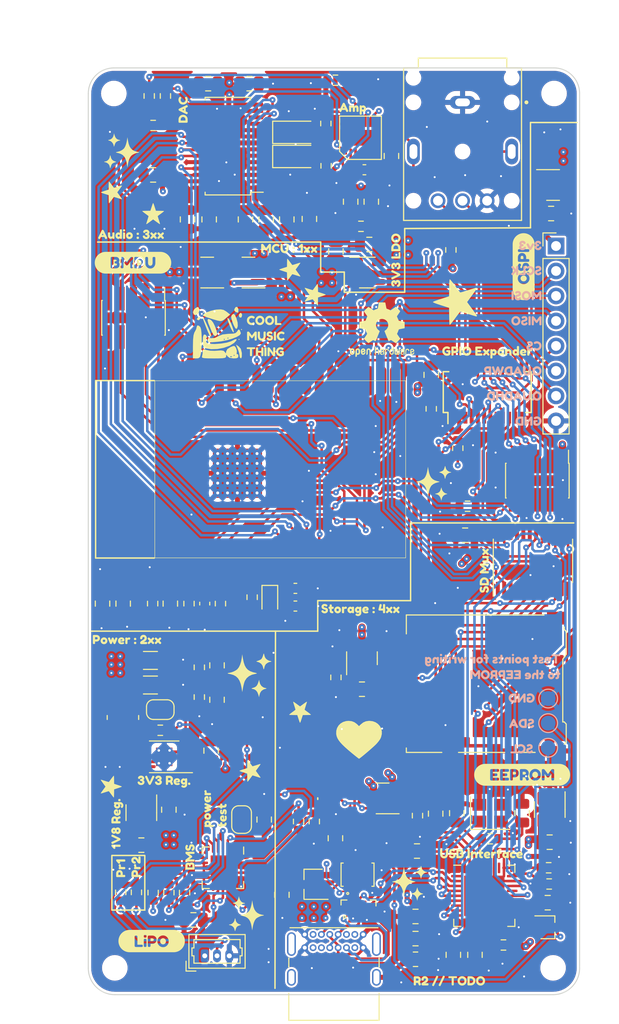
<source format=kicad_pcb>
(kicad_pcb (version 20211014) (generator pcbnew)

  (general
    (thickness 1.566672)
  )

  (paper "A4")
  (layers
    (0 "F.Cu" signal)
    (1 "In1.Cu" signal)
    (2 "In2.Cu" signal)
    (31 "B.Cu" signal)
    (32 "B.Adhes" user "B.Adhesive")
    (33 "F.Adhes" user "F.Adhesive")
    (34 "B.Paste" user)
    (35 "F.Paste" user)
    (36 "B.SilkS" user "B.Silkscreen")
    (37 "F.SilkS" user "F.Silkscreen")
    (38 "B.Mask" user)
    (39 "F.Mask" user)
    (40 "Dwgs.User" user "User.Drawings")
    (41 "Cmts.User" user "User.Comments")
    (42 "Eco1.User" user "User.Eco1")
    (43 "Eco2.User" user "User.Eco2")
    (44 "Edge.Cuts" user)
    (45 "Margin" user)
    (46 "B.CrtYd" user "B.Courtyard")
    (47 "F.CrtYd" user "F.Courtyard")
    (48 "B.Fab" user)
    (49 "F.Fab" user)
    (50 "User.1" user)
    (51 "User.2" user)
    (52 "User.3" user)
    (53 "User.4" user)
    (54 "User.5" user)
    (55 "User.6" user)
    (56 "User.7" user)
    (57 "User.8" user)
    (58 "User.9" user)
  )

  (setup
    (stackup
      (layer "F.SilkS" (type "Top Silk Screen") (color "White"))
      (layer "F.Paste" (type "Top Solder Paste"))
      (layer "F.Mask" (type "Top Solder Mask") (color "Purple") (thickness 0.0254))
      (layer "F.Cu" (type "copper") (thickness 0.04318))
      (layer "dielectric 1" (type "prepreg") (thickness 0.202184) (material "FR408-HR") (epsilon_r 3.69) (loss_tangent 0.0091))
      (layer "In1.Cu" (type "copper") (thickness 0.017272))
      (layer "dielectric 2" (type "core") (thickness 0.9906) (material "FR408-HR") (epsilon_r 3.69) (loss_tangent 0.0091))
      (layer "In2.Cu" (type "copper") (thickness 0.017272))
      (layer "dielectric 3" (type "prepreg") (thickness 0.202184) (material "FR408-HR") (epsilon_r 3.69) (loss_tangent 0.0091))
      (layer "B.Cu" (type "copper") (thickness 0.04318))
      (layer "B.Mask" (type "Bottom Solder Mask") (color "Purple") (thickness 0.0254))
      (layer "B.Paste" (type "Bottom Solder Paste"))
      (layer "B.SilkS" (type "Bottom Silk Screen") (color "White"))
      (copper_finish "ENIG")
      (dielectric_constraints no)
    )
    (pad_to_mask_clearance 0.0508)
    (grid_origin 118.2 118.8)
    (pcbplotparams
      (layerselection 0x00010fc_ffffffff)
      (disableapertmacros false)
      (usegerberextensions true)
      (usegerberattributes true)
      (usegerberadvancedattributes true)
      (creategerberjobfile true)
      (svguseinch false)
      (svgprecision 6)
      (excludeedgelayer true)
      (plotframeref false)
      (viasonmask false)
      (mode 1)
      (useauxorigin false)
      (hpglpennumber 1)
      (hpglpenspeed 20)
      (hpglpendiameter 15.000000)
      (dxfpolygonmode true)
      (dxfimperialunits true)
      (dxfusepcbnewfont true)
      (psnegative false)
      (psa4output false)
      (plotreference true)
      (plotvalue true)
      (plotinvisibletext false)
      (sketchpadsonfab false)
      (subtractmaskfromsilk false)
      (outputformat 1)
      (mirror false)
      (drillshape 0)
      (scaleselection 1)
      (outputdirectory "gerbers2")
    )
  )

  (net 0 "")
  (net 1 "Net-(C101-Pad1)")
  (net 2 "GND")
  (net 3 "+3V3")
  (net 4 "Net-(C104-Pad1)")
  (net 5 "Net-(C106-Pad1)")
  (net 6 "Net-(C107-Pad2)")
  (net 7 "VBUS_SWITCHED")
  (net 8 "BAT")
  (net 9 "Net-(C203-Pad1)")
  (net 10 "Net-(C204-Pad1)")
  (net 11 "SYS_POWER")
  (net 12 "BAT_LEVEL")
  (net 13 "+1V8")
  (net 14 "3V3_ANALOG")
  (net 15 "3V3_AUDIO")
  (net 16 "Net-(C306-Pad1)")
  (net 17 "Net-(C306-Pad2)")
  (net 18 "Net-(C308-Pad1)")
  (net 19 "Net-(C308-Pad2)")
  (net 20 "Net-(C311-Pad1)")
  (net 21 "Net-(C311-Pad2)")
  (net 22 "Net-(C312-Pad1)")
  (net 23 "Net-(C314-Pad1)")
  (net 24 "1V8_AUDIO")
  (net 25 "USB_VDD33")
  (net 26 "Net-(C405-Pad1)")
  (net 27 "/Storage/VBUS_RAW")
  (net 28 "Net-(C409-Pad1)")
  (net 29 "Net-(C412-Pad1)")
  (net 30 "Net-(C413-Pad1)")
  (net 31 "Net-(C414-Pad2)")
  (net 32 "SD_VDD")
  (net 33 "KEYS_ROW_0")
  (net 34 "KEYS_ROW_1")
  (net 35 "Net-(D401-Pad1)")
  (net 36 "unconnected-(D401-Pad2)")
  (net 37 "SD_VDD_EN")
  (net 38 "ESP_SCLK")
  (net 39 "ESP_MOSI")
  (net 40 "ESP_MISO")
  (net 41 "DISPLAY_CS")
  (net 42 "ESP_QUADWP")
  (net 43 "ESP_QUADHD")
  (net 44 "NTC")
  (net 45 "Net-(J301-Pad2)")
  (net 46 "Net-(J301-Pad3)")
  (net 47 "~{3.5mm_DETECT}")
  (net 48 "Net-(J301-Pad6)")
  (net 49 "Net-(J401-PadA5)")
  (net 50 "unconnected-(J401-PadA8)")
  (net 51 "Net-(J401-PadB5)")
  (net 52 "unconnected-(J401-PadB8)")
  (net 53 "SD_DAT3")
  (net 54 "SD_CMD")
  (net 55 "SD_CLK")
  (net 56 "SD_DAT0")
  (net 57 "SD_DAT1")
  (net 58 "SD_DAT2")
  (net 59 "Net-(JP202-Pad1)")
  (net 60 "Net-(L201-Pad1)")
  (net 61 "DISPLAY_EN")
  (net 62 "3V3_AUDIO_EN")
  (net 63 "Net-(Q401-Pad2)")
  (net 64 "USB_STORAGE_EN")
  (net 65 "Net-(R102-Pad2)")
  (net 66 "ESP_SCL")
  (net 67 "ESP_SDA")
  (net 68 "LOCK_SW")
  (net 69 "Net-(R201-Pad2)")
  (net 70 "Net-(R203-Pad2)")
  (net 71 "Net-(R204-Pad2)")
  (net 72 "PROG1")
  (net 73 "PROG3")
  (net 74 "~{CHG_PWR_OK}")
  (net 75 "Net-(R208-Pad2)")
  (net 76 "Net-(R303-Pad2)")
  (net 77 "Net-(R306-Pad2)")
  (net 78 "Net-(R401-Pad1)")
  (net 79 "Net-(R402-Pad2)")
  (net 80 "Net-(J403-Pad2)")
  (net 81 "Net-(J403-Pad3)")
  (net 82 "SD_MUX_SW")
  (net 83 "DAC_SCK")
  (net 84 "DAC_BCK")
  (net 85 "DAC_LRCK")
  (net 86 "JTAG_TMS")
  (net 87 "JTAG_TDI")
  (net 88 "JTAG_TCK")
  (net 89 "unconnected-(U101-Pad17)")
  (net 90 "unconnected-(U101-Pad18)")
  (net 91 "unconnected-(U101-Pad19)")
  (net 92 "unconnected-(U101-Pad20)")
  (net 93 "unconnected-(U101-Pad21)")
  (net 94 "unconnected-(U101-Pad22)")
  (net 95 "JTAG_TDO")
  (net 96 "DAC_DIN")
  (net 97 "unconnected-(U101-Pad32)")
  (net 98 "UART_RXD")
  (net 99 "UART_TXD")
  (net 100 "DAC_MUTE")
  (net 101 "KEYS_COL_0")
  (net 102 "KEYS_COL_1")
  (net 103 "KEYS_CENTRE")
  (net 104 "unconnected-(U203-Pad4)")
  (net 105 "unconnected-(U204-Pad4)")
  (net 106 "unconnected-(U401-Pad6)")
  (net 107 "unconnected-(U401-Pad7)")
  (net 108 "unconnected-(U401-Pad8)")
  (net 109 "unconnected-(U401-Pad9)")
  (net 110 "/Storage/USB_DP")
  (net 111 "/Storage/USB_DN")
  (net 112 "unconnected-(U404-Pad1)")
  (net 113 "USB_SD_DAT1")
  (net 114 "USB_SD_DAT0")
  (net 115 "unconnected-(U404-Pad7)")
  (net 116 "unconnected-(U404-Pad8)")
  (net 117 "USB_SD_CLK")
  (net 118 "unconnected-(U404-Pad10)")
  (net 119 "USB_SD_CMD")
  (net 120 "unconnected-(U404-Pad12)")
  (net 121 "unconnected-(U404-Pad15)")
  (net 122 "unconnected-(U404-Pad16)")
  (net 123 "unconnected-(U404-Pad17)")
  (net 124 "unconnected-(U404-Pad19)")
  (net 125 "unconnected-(U404-Pad20)")
  (net 126 "USB_SD_DAT3")
  (net 127 "unconnected-(U404-Pad24)")
  (net 128 "USB_SD_DAT2")
  (net 129 "unconnected-(U404-Pad29)")
  (net 130 "unconnected-(U405-Pad3)")
  (net 131 "unconnected-(U103-Pad10)")
  (net 132 "Net-(C312-Pad2)")
  (net 133 "Net-(C313-Pad2)")
  (net 134 "Net-(R302-Pad1)")
  (net 135 "Net-(R305-Pad1)")
  (net 136 "Net-(R309-Pad2)")
  (net 137 "unconnected-(U301-Pad15)")
  (net 138 "SPARE_ANALOG_2")
  (net 139 "SPARE_ANALOG_1")
  (net 140 "unconnected-(U101-Pad24)")
  (net 141 "unconnected-(U402-Pad14)")
  (net 142 "unconnected-(U402-Pad11)")
  (net 143 "unconnected-(U101-Pad27)")
  (net 144 "unconnected-(U101-Pad28)")
  (net 145 "ESP_SD_CS")
  (net 146 "unconnected-(U405-Pad19)")
  (net 147 "unconnected-(U405-Pad21)")

  (footprint "Capacitor_SMD:C_0805_2012Metric" (layer "F.Cu") (at 143.7 75.55 180))

  (footprint "Resistor_SMD:R_0603_1608Metric" (layer "F.Cu") (at 138.1 134.2 90))

  (footprint "Package_SO:MSOP-10-1EP_3x3mm_P0.5mm_EP1.68x1.88mm_ThermalVias" (layer "F.Cu") (at 122.825 127.625 180))

  (footprint "Resistor_SMD:R_0603_1608Metric" (layer "F.Cu") (at 131.775 111.4 -90))

  (footprint "Package_TO_SOT_SMD:SOT-23" (layer "F.Cu") (at 131.4 78.4 180))

  (footprint "kibuzzard-632146D7" (layer "F.Cu") (at 151.85 150.4))

  (footprint "Capacitor_SMD:C_0805_2012Metric" (layer "F.Cu") (at 128.2 118.325 90))

  (footprint "Resistor_SMD:R_0603_1608Metric" (layer "F.Cu") (at 126.4 118.525 -90))

  (footprint "MountingHole:MountingHole_2.2mm_M2" (layer "F.Cu") (at 117.8 149.075))

  (footprint "Capacitor_SMD:C_1206_3216Metric" (layer "F.Cu") (at 121.425 117.825))

  (footprint "Resistor_SMD:R_0603_1608Metric" (layer "F.Cu") (at 122.425 124.925 180))

  (footprint "Package_DFN_QFN:QFN-20-1EP_4x4mm_P0.5mm_EP2.5x2.5mm" (layer "F.Cu") (at 128.8 138.9 -90))

  (footprint "Capacitor_SMD:C_0805_2012Metric" (layer "F.Cu") (at 134.8 141.65 -90))

  (footprint "Resistor_SMD:R_0603_1608Metric" (layer "F.Cu") (at 122.95 60.45 90))

  (footprint "Symbol:OSHW-Logo2_7.3x6mm_SilkScreen" (layer "F.Cu") (at 145 84.2))

  (footprint "pretty-kicad-footprints:sparkles" (layer "F.Cu") (at 131.5 119.3))

  (footprint "footprints:CUI_SJ-3566AN" (layer "F.Cu") (at 153.1875 66.1 -90))

  (footprint "kibuzzard-631DB211" (layer "F.Cu") (at 155.4 108.7 90))

  (footprint "Resistor_SMD:R_0603_1608Metric" (layer "F.Cu") (at 123.3 141.425 -90))

  (footprint "Jumper:SolderJumper-2_P1.3mm_Bridged_RoundedPad1.0x1.5mm" (layer "F.Cu") (at 130.7 134 90))

  (footprint "Resistor_SMD:R_0603_1608Metric" (layer "F.Cu") (at 153.7 102.15 180))

  (footprint "pretty-kicad-footprints:heart" (layer "F.Cu") (at 142.65 125.9))

  (footprint "Capacitor_SMD:C_0805_2012Metric" (layer "F.Cu") (at 125.8 144.2 180))

  (footprint "Capacitor_SMD:C_0805_2012Metric" (layer "F.Cu") (at 142.95 120.75 180))

  (footprint "Capacitor_SMD:C_0805_2012Metric" (layer "F.Cu") (at 152.6 133.35 90))

  (footprint "Resistor_SMD:R_0603_1608Metric" (layer "F.Cu") (at 152.7 96.25 90))

  (footprint "Package_TO_SOT_SMD:SOT-23-5" (layer "F.Cu") (at 162.06 132.98 -90))

  (footprint "Resistor_SMD:R_0603_1608Metric" (layer "F.Cu") (at 162 140.55 180))

  (footprint "Capacitor_SMD:C_0805_2012Metric" (layer "F.Cu") (at 137.6 72.95 -90))

  (footprint "Capacitor_SMD:C_0805_2012Metric" (layer "F.Cu") (at 148.4 143.85))

  (footprint "kibuzzard-631DB129" (layer "F.Cu") (at 119.95 138.8 90))

  (footprint "Package_SO:TSSOP-24_4.4x7.8mm_P0.65mm" (layer "F.Cu") (at 160.35 107.7 90))

  (footprint "Capacitor_SMD:C_0805_2012Metric" (layer "F.Cu") (at 141.8 71.2 -90))

  (footprint "pretty-kicad-footprints:star_small" (layer "F.Cu") (at 121.7 72.4))

  (footprint "Crystal:Crystal_SMD_3225-4Pin_3.2x2.5mm" (layer "F.Cu") (at 156 133.35))

  (footprint "Package_TO_SOT_SMD:SOT-23-5" (layer "F.Cu") (at 120.5 133.3 -90))

  (footprint "Capacitor_SMD:C_0805_2012Metric" (layer "F.Cu") (at 118.65 112.05 -90))

  (footprint "Capacitor_SMD:C_0805_2012Metric" (layer "F.Cu") (at 150 88.8 90))

  (footprint "pretty-kicad-footprints:star_small" (layer "F.Cu") (at 131.55 129.05 90))

  (footprint "Capacitor_SMD:C_0805_2012Metric" (layer "F.Cu")
    (tedit 5F68FEEE) (tstamp 492f854c-7ae6-4f7d-98ba-461519e18db9)
    (at 135.3 73 -90)
    (descr "Capacitor SMD 0805 (2012 Metric), square (rectangular) end terminal, IPC_7351 nominal, (Body size source: IPC-SM-782 page 76, https://www.pcb-3d.com/wordpress/wp-content/uploads/ipc-sm-782a_amendment_1_and_2.pdf, https://docs.google.com/spreadsheets/d/1BsfQQcO9C6DZCsRaXUlFlo91Tg2WpOkGARC1WS5S8t0/edit?usp=sharing), generated with kicad-footprint-generator")
    (tags "capacitor")
    (property "PN" "EMK212BJ225KGHT")
    (property "Sheetfile" "audio.kicad_sch")
    (property "Sheetname" "Audio")
    (path "/aa634b70-9cb7-4291-a4a8-f65abc12d546/0b9f59be-21c6-4f60-876e-c961700e12b7")
    (attr smd)
    (fp_text reference "C311" (at 0 -1.68 90) (layer
... [3743502 chars truncated]
</source>
